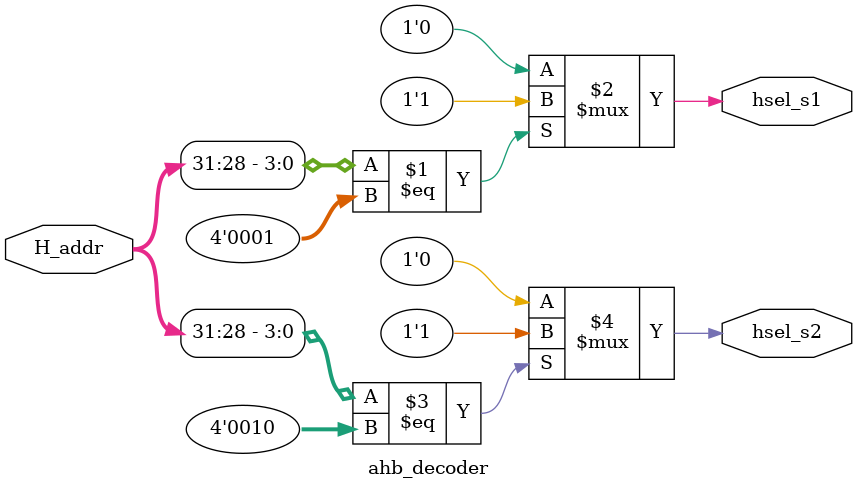
<source format=v>

module ahb_decoder (
        input  [31:0]  H_addr, 
        output         hsel_s1,
        output         hsel_s2
);
//31 30 29 28
assign hsel_s1 = (H_addr[31:28]== 4'h1) ? 1'b1 : 1'b0;
assign hsel_s2 = (H_addr[31:28]== 4'h2) ? 1'b1 : 1'b0;

endmodule
</source>
